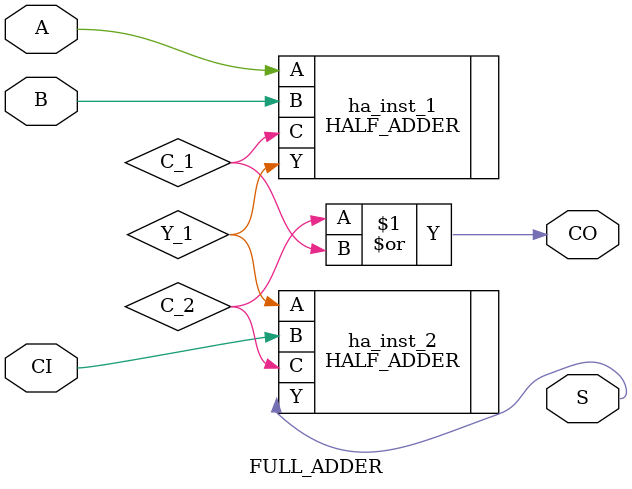
<source format=v>
`include "prj_definition.v"

module FULL_ADDER(S, CO, A, B, CI);
output S, CO;
input A, B, CI;

wire Y_1, C_1, C_2;

HALF_ADDER ha_inst_1(.Y(Y_1), .C(C_1), .A(A), .B(B));
HALF_ADDER ha_inst_2(.Y(S), .C(C_2), .A(Y_1), .B(CI));

or or_inst(CO, C_2, C_1);

endmodule
</source>
